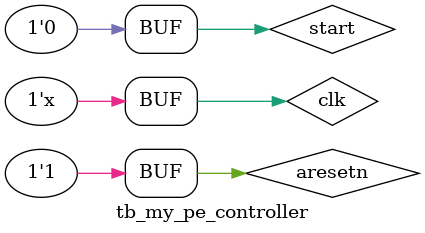
<source format=v>
`timescale 1ns / 1ps


module tb_my_pe_controller();

parameter BRAM_ADDR_WIDTH = 5;

reg clk;
reg aresetn;
reg start;
reg [31:0] din;
wire done;
wire [BRAM_ADDR_WIDTH-1:0] rdaddr;
wire [31:0] wrdata;

reg [31:0] din_mem [0:2**BRAM_ADDR_WIDTH-1];

//random test vector generation
    initial begin
        clk<=0;
        start <= 0;
          din <= 0;  

        din_mem[0] = 32'b00111111100000000000000000000000;  //1
        din_mem[1] = 32'b01000000000000000000000000000000;  //2
        din_mem[2] = 32'b01000000010000000000000000000000;  //3
        din_mem[3] = 32'b01000000100000000000000000000000;  //4
        din_mem[4] = 32'b01000000101000000000000000000000;  //5
        din_mem[5] = 32'b01000000110000000000000000000000;  //6
        din_mem[6] = 32'b01000000111000000000000000000000;  //7
        din_mem[7] = 32'b01000001000000000000000000000000;  //8
        din_mem[8] = 32'b01000001000100000000000000000000;  //9
        din_mem[9] = 32'b01000001001000000000000000000000;  //10
        din_mem[10] = 32'b01000001001100000000000000000000;  //11
        din_mem[11] = 32'b01000001010000000000000000000000;  //12
        din_mem[12] = 32'b01000001010100000000000000000000;  //13
        din_mem[13] = 32'b01000001011000000000000000000000;  //14
        din_mem[14] = 32'b01000001011100000000000000000000;  //15
        din_mem[15] = 32'b01000001100000000000000000000000;  //16
        din_mem[16] = 32'b00111111100000000000000000000000;  //1
        din_mem[17] = 32'b01000000000000000000000000000000;  //2
        din_mem[18] = 32'b01000000010000000000000000000000;  //3
        din_mem[19] = 32'b01000000100000000000000000000000;  //4
        din_mem[20] = 32'b01000000101000000000000000000000;  //5
        din_mem[21] = 32'b01000000110000000000000000000000;  //6
        din_mem[22] = 32'b01000000111000000000000000000000;  //7
        din_mem[23] = 32'b01000001000000000000000000000000;  //8
        din_mem[24] = 32'b01000001000100000000000000000000;  //9
        din_mem[25] = 32'b01000001001000000000000000000000;  //10
        din_mem[26] = 32'b01000001001100000000000000000000;  //11
        din_mem[27] = 32'b01000001010000000000000000000000;  //12
        din_mem[28] = 32'b01000001010100000000000000000000;  //13
        din_mem[29] = 32'b01000001011000000000000000000000;  //14
        din_mem[30] = 32'b01000001011100000000000000000000;  //15
        din_mem[31] = 32'b01000001100000000000000000000000;  //16
        
        aresetn <= 0;    //reset
        
        #20;
        
        aresetn <= 1;
        start <= 1;
        
        #30;
        
        start <= 0;
        #10;
        
    end 

    always #5 clk <= ~clk;
    
    always @(posedge clk)
    din <= din_mem[rdaddr];


    my_pe_controller #(6, 6, 4 , BRAM_ADDR_WIDTH) PE_CTR (
      .start(start),
      .aclk(clk),
      .aresetn(aresetn),
      .rddata(din),
      .rdaddr(rdaddr),
      .wrdata(wrdata),
      .done(done)
    );

endmodule

</source>
